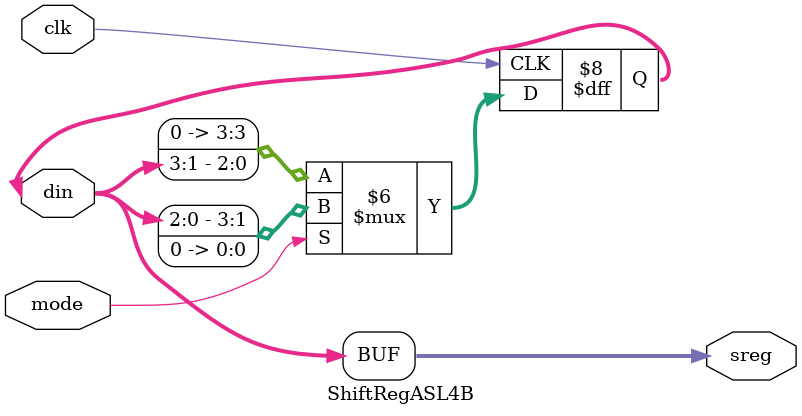
<source format=v>
`timescale 1ns / 1ps


module ShiftRegASL4B(sreg,din,clk,mode);
input clk,mode;
input [3:0] din;
output reg [3:0] sreg;

always@(din)
begin
sreg = din;
end

always@(negedge clk)
begin
if(mode)
    sreg = sreg<<1;
else
    sreg = sreg>>1;
end
endmodule

</source>
